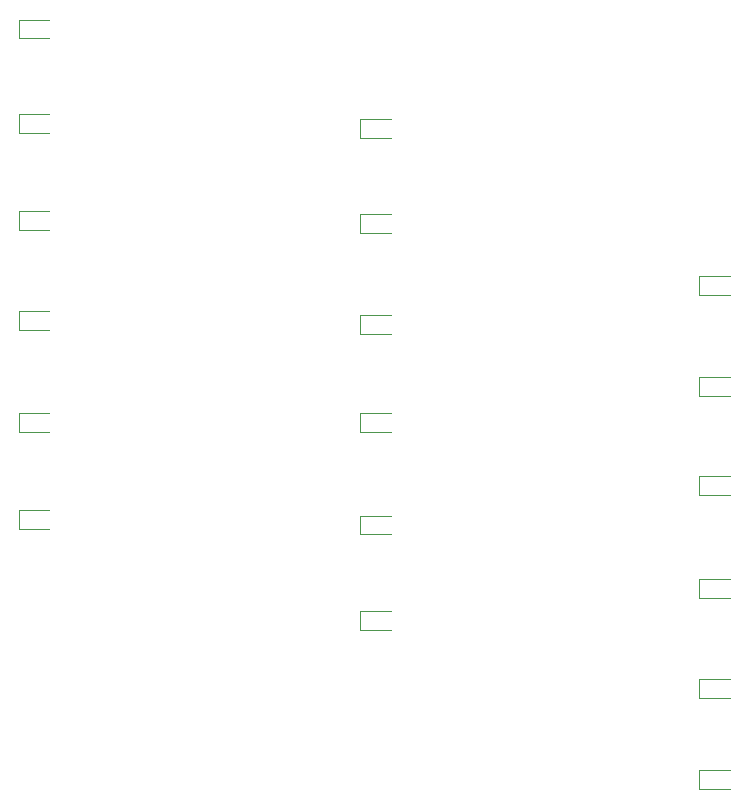
<source format=gto>
G04 #@! TF.GenerationSoftware,KiCad,Pcbnew,(5.0.0-rc3-dev-5-g0013e0cad)*
G04 #@! TF.CreationDate,2018-07-11T14:46:06+01:00*
G04 #@! TF.ProjectId,Pride Badge,50726964652042616467652E6B696361,rev?*
G04 #@! TF.SameCoordinates,Original*
G04 #@! TF.FileFunction,Legend,Top*
G04 #@! TF.FilePolarity,Positive*
%FSLAX46Y46*%
G04 Gerber Fmt 4.6, Leading zero omitted, Abs format (unit mm)*
G04 Created by KiCad (PCBNEW (5.0.0-rc3-dev-5-g0013e0cad)) date 07/11/18 14:46:06*
%MOMM*%
%LPD*%
G01*
G04 APERTURE LIST*
%ADD10C,0.120000*%
G04 APERTURE END LIST*
D10*
G04 #@! TO.C,DA1*
X88000000Y-55300000D02*
X88000000Y-56900000D01*
X88000000Y-56900000D02*
X90600000Y-56900000D01*
X88000000Y-55300000D02*
X90600000Y-55300000D01*
G04 #@! TO.C,DA2*
X116950000Y-63750000D02*
X119550000Y-63750000D01*
X116950000Y-65350000D02*
X119550000Y-65350000D01*
X116950000Y-63750000D02*
X116950000Y-65350000D01*
G04 #@! TO.C,DA3*
X145600000Y-77050000D02*
X145600000Y-78650000D01*
X145600000Y-78650000D02*
X148200000Y-78650000D01*
X145600000Y-77050000D02*
X148200000Y-77050000D01*
G04 #@! TO.C,DB1*
X88000000Y-63300000D02*
X90600000Y-63300000D01*
X88000000Y-64900000D02*
X90600000Y-64900000D01*
X88000000Y-63300000D02*
X88000000Y-64900000D01*
G04 #@! TO.C,DB2*
X116950000Y-71800000D02*
X119550000Y-71800000D01*
X116950000Y-73400000D02*
X119550000Y-73400000D01*
X116950000Y-71800000D02*
X116950000Y-73400000D01*
G04 #@! TO.C,DB3*
X145600000Y-85600000D02*
X148200000Y-85600000D01*
X145600000Y-87200000D02*
X148200000Y-87200000D01*
X145600000Y-85600000D02*
X145600000Y-87200000D01*
G04 #@! TO.C,DC1*
X88000000Y-71500000D02*
X88000000Y-73100000D01*
X88000000Y-73100000D02*
X90600000Y-73100000D01*
X88000000Y-71500000D02*
X90600000Y-71500000D01*
G04 #@! TO.C,DC2*
X116950000Y-80350000D02*
X119550000Y-80350000D01*
X116950000Y-81950000D02*
X119550000Y-81950000D01*
X116950000Y-80350000D02*
X116950000Y-81950000D01*
G04 #@! TO.C,DC3*
X145600000Y-93950000D02*
X145600000Y-95550000D01*
X145600000Y-95550000D02*
X148200000Y-95550000D01*
X145600000Y-93950000D02*
X148200000Y-93950000D01*
G04 #@! TO.C,DD1*
X88000000Y-79950000D02*
X90600000Y-79950000D01*
X88000000Y-81550000D02*
X90600000Y-81550000D01*
X88000000Y-79950000D02*
X88000000Y-81550000D01*
G04 #@! TO.C,DD2*
X116950000Y-88650000D02*
X116950000Y-90250000D01*
X116950000Y-90250000D02*
X119550000Y-90250000D01*
X116950000Y-88650000D02*
X119550000Y-88650000D01*
G04 #@! TO.C,DD3*
X145600000Y-102650000D02*
X148200000Y-102650000D01*
X145600000Y-104250000D02*
X148200000Y-104250000D01*
X145600000Y-102650000D02*
X145600000Y-104250000D01*
G04 #@! TO.C,DE1*
X88000000Y-88650000D02*
X88000000Y-90250000D01*
X88000000Y-90250000D02*
X90600000Y-90250000D01*
X88000000Y-88650000D02*
X90600000Y-88650000D01*
G04 #@! TO.C,DE2*
X116950000Y-97300000D02*
X119550000Y-97300000D01*
X116950000Y-98900000D02*
X119550000Y-98900000D01*
X116950000Y-97300000D02*
X116950000Y-98900000D01*
G04 #@! TO.C,DE3*
X145600000Y-111150000D02*
X145600000Y-112750000D01*
X145600000Y-112750000D02*
X148200000Y-112750000D01*
X145600000Y-111150000D02*
X148200000Y-111150000D01*
G04 #@! TO.C,DF1*
X88000000Y-96800000D02*
X90600000Y-96800000D01*
X88000000Y-98400000D02*
X90600000Y-98400000D01*
X88000000Y-96800000D02*
X88000000Y-98400000D01*
G04 #@! TO.C,DF2*
X116950000Y-105350000D02*
X116950000Y-106950000D01*
X116950000Y-106950000D02*
X119550000Y-106950000D01*
X116950000Y-105350000D02*
X119550000Y-105350000D01*
G04 #@! TO.C,DF3*
X145600000Y-118850000D02*
X145600000Y-120450000D01*
X145600000Y-120450000D02*
X148200000Y-120450000D01*
X145600000Y-118850000D02*
X148200000Y-118850000D01*
G04 #@! TD*
M02*

</source>
